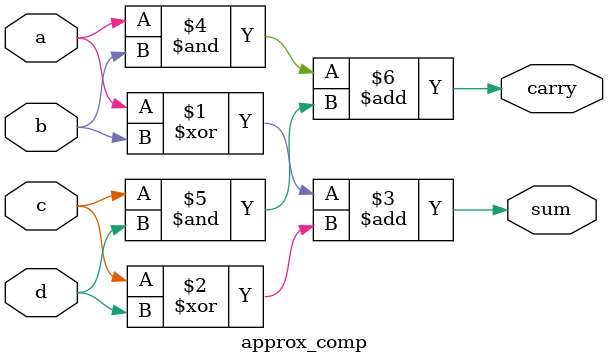
<source format=v>
`timescale 1ns / 1ps

module _4x4appmul(input [3:0] a, input [3:0] b, output [7:0] out);
   wire x1,x2,x3,x4,x5,x6,x7,x8,x9,x10,x11,x12,x13,x14,x15,p30,g30,p21,g21,G;
   wire [5:1] c;
 
   assign out[0] = a[0] & b[0];
   assign x1 = a[1] & b[0];
   assign x2 = a[0] & b[1];
   assign x3 = a[2] & b[0];
   assign x4 = a[1] & b[1];
   assign x5 = a[0] & b[2];
   assign x6 = a[3] & b[0];
   assign x7 = a[2] & b[1];
   assign x8 = a[1] & b[2];
   assign x9 = a[0] & b[3];
   assign x10 = a[3] & b[1];
   assign x11 = a[2] & b[2];
   assign x12 = a[1] & b[3];
   assign x13 = a[3] & b[2];
   assign x14 = a[2] & b[3];
   assign x15 = a[3] & b[3];
 
   assign p30 = x6 | x9;
   assign g30 = x6 & x9;
   assign p21 = x7 | x8;
   assign g21 = x7 & x8;
   assign G = g30 | g21;

   
  approx_ha     mod1(x1,x2,out[1],c[1]);
  approx_comp   mod2(x3,x4,x5,c[1],out[2],c[2]);
  approx_comp   mod3(p30,p21,G,c[2],out[3],c[3]);
  approx_comp   mod4(x10,x11,x12,c[3],out[4],c[4]);
  approx_fa     mod5(x13,x14,c[4],out[5],c[5]);
  approx_ha     mod6(x15,c[5],out[6],out[7]);
   
endmodule


module approx_ha( input a,input b, output sum, output carry);
    or(sum,a,b);
    and(carry,a,b);
endmodule

module approx_fa( input a, input b, input c, output sum, output carry);
       assign sum = (a + b)^c;
       assign carry = (a & b)+(b & c)  ;
endmodule 

module approx_comp( input a, input b, input c, input d, output sum, output carry);
       assign sum = (a^b)+(c^d);
       assign carry = (a & b)+(c & d);
endmodule

</source>
